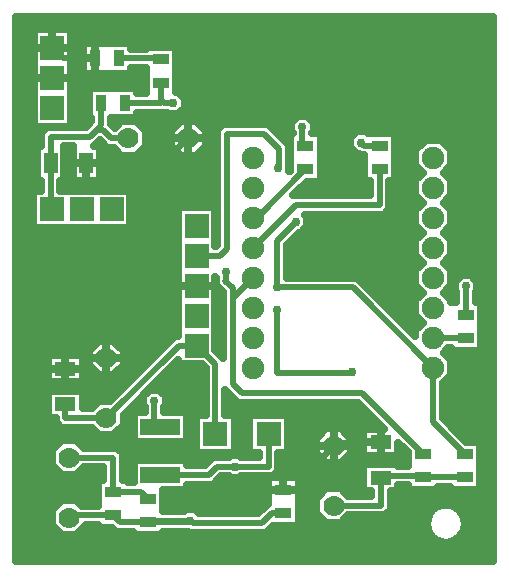
<source format=gbr>
G04 PROTEUS GERBER X2 FILE*
%TF.GenerationSoftware,Labcenter,Proteus,8.17-SP2-Build37159*%
%TF.CreationDate,2024-05-15T17:06:41+00:00*%
%TF.FileFunction,Copper,L1,Top*%
%TF.FilePolarity,Positive*%
%TF.Part,Single*%
%TF.SameCoordinates,{8e856c1c-122a-437a-bfc2-24db689c5e76}*%
%FSLAX45Y45*%
%MOMM*%
G01*
%TA.AperFunction,Conductor*%
%ADD10C,0.508000*%
%TA.AperFunction,ViaPad*%
%ADD11C,0.762000*%
%TA.AperFunction,Conductor*%
%ADD12C,0.635000*%
%TA.AperFunction,ComponentPad*%
%ADD13C,1.905000*%
%TA.AperFunction,ComponentPad*%
%ADD14C,1.778000*%
%TA.AperFunction,SMDPad,CuDef*%
%ADD15R,1.803400X1.143000*%
%TA.AperFunction,ComponentPad*%
%ADD16R,2.032000X2.032000*%
%TA.AperFunction,SMDPad,CuDef*%
%ADD17R,1.143000X1.803400*%
%ADD18R,1.447800X0.939800*%
%ADD19R,2.108200X2.108200*%
%ADD70R,3.403600X1.397000*%
%ADD71R,0.939800X1.447800*%
%TA.AperFunction,OtherPad,Unknown*%
%ADD20R,2.032000X2.032000*%
%TA.AperFunction,Profile*%
%ADD21C,0.150000*%
%TD.AperFunction*%
%TA.AperFunction,Conductor*%
G36*
X+2030000Y-2250000D02*
X-2010000Y-2250000D01*
X-2010000Y+2360000D01*
X+2030000Y+2360000D01*
X+2030000Y-2250000D01*
G37*
%TD.AperFunction*%
%LPC*%
G36*
X+1772728Y-2002998D02*
X+1744474Y-2042230D01*
X+1709416Y-2069259D01*
X+1670358Y-2085149D01*
X+1630000Y-2090312D01*
X+1589642Y-2085149D01*
X+1550584Y-2069259D01*
X+1515526Y-2042230D01*
X+1487272Y-2002998D01*
X+1469688Y-1930000D01*
X+1487272Y-1857002D01*
X+1515526Y-1817770D01*
X+1550584Y-1790741D01*
X+1589642Y-1774851D01*
X+1630000Y-1769688D01*
X+1670358Y-1774851D01*
X+1709416Y-1790741D01*
X+1744474Y-1817770D01*
X+1772728Y-1857002D01*
X+1790312Y-1930000D01*
X+1772728Y-2002998D01*
G37*
G36*
X+511486Y+1466378D02*
X+511486Y+1387472D01*
X+498786Y+1374772D01*
X+498786Y+1374139D01*
X+569539Y+1374139D01*
X+569539Y+965861D01*
X+452601Y+965861D01*
X+336597Y+849857D01*
X+987451Y+849857D01*
X+987451Y+966861D01*
X+940461Y+966861D01*
X+940461Y+1188451D01*
X+904609Y+1188451D01*
X+892909Y+1200151D01*
X+874947Y+1200151D01*
X+819151Y+1255947D01*
X+819151Y+1334853D01*
X+874947Y+1390649D01*
X+953853Y+1390649D01*
X+969363Y+1375139D01*
X+1199539Y+1375139D01*
X+1199539Y+966861D01*
X+1152549Y+966861D01*
X+1152549Y+733117D01*
X+1104191Y+684759D01*
X+440911Y+684759D01*
X+458234Y+667437D01*
X+458234Y+588531D01*
X+402438Y+532735D01*
X+384476Y+532735D01*
X+282549Y+430808D01*
X+282549Y+152549D01*
X+879191Y+152549D01*
X+1371601Y-339861D01*
X+1371601Y-291874D01*
X+1435475Y-228000D01*
X+1371601Y-164126D01*
X+1371601Y-37874D01*
X+1435475Y+26000D01*
X+1371601Y+89874D01*
X+1371601Y+216126D01*
X+1435475Y+280000D01*
X+1371601Y+343874D01*
X+1371601Y+470126D01*
X+1435475Y+534000D01*
X+1371601Y+597874D01*
X+1371601Y+724126D01*
X+1435475Y+788000D01*
X+1371601Y+851874D01*
X+1371601Y+978126D01*
X+1435475Y+1042000D01*
X+1371601Y+1105874D01*
X+1371601Y+1232126D01*
X+1460874Y+1321399D01*
X+1587126Y+1321399D01*
X+1676399Y+1232126D01*
X+1676399Y+1105874D01*
X+1612525Y+1042000D01*
X+1676399Y+978126D01*
X+1676399Y+851874D01*
X+1612525Y+788000D01*
X+1676399Y+724126D01*
X+1676399Y+597874D01*
X+1612525Y+534000D01*
X+1676399Y+470126D01*
X+1676399Y+343874D01*
X+1612525Y+280000D01*
X+1676399Y+216126D01*
X+1676399Y+89874D01*
X+1612525Y+26000D01*
X+1676399Y-37874D01*
X+1676399Y-55861D01*
X+1717451Y-55861D01*
X+1717451Y-7009D01*
X+1720319Y-4141D01*
X+1720319Y+27658D01*
X+1707619Y+40358D01*
X+1707619Y+119264D01*
X+1763415Y+175060D01*
X+1842321Y+175060D01*
X+1898117Y+119264D01*
X+1898117Y+40358D01*
X+1885417Y+27658D01*
X+1885417Y-55861D01*
X+1929539Y-55861D01*
X+1929539Y-464139D01*
X+1670461Y-464139D01*
X+1670461Y-442549D01*
X+1651976Y-442549D01*
X+1612525Y-482000D01*
X+1676399Y-545874D01*
X+1676399Y-672126D01*
X+1606549Y-741976D01*
X+1606549Y-1037809D01*
X+1803601Y-1234861D01*
X+1920539Y-1234861D01*
X+1920539Y-1643139D01*
X+1661461Y-1643139D01*
X+1661461Y-1621549D01*
X+1566010Y-1621549D01*
X+1566009Y-1621548D01*
X+1565539Y-1621548D01*
X+1565539Y-1643139D01*
X+1306461Y-1643139D01*
X+1306461Y-1605172D01*
X+1227319Y-1605172D01*
X+1227319Y-1654299D01*
X+1162549Y-1654299D01*
X+1162549Y-1812191D01*
X+1114191Y-1860549D01*
X+803995Y-1860549D01*
X+740495Y-1924049D01*
X+619505Y-1924049D01*
X+533951Y-1838495D01*
X+533951Y-1717505D01*
X+619505Y-1631951D01*
X+740495Y-1631951D01*
X+803995Y-1695451D01*
X+997451Y-1695451D01*
X+997451Y-1654299D01*
X+932681Y-1654299D01*
X+932681Y-1425701D01*
X+1227319Y-1425701D01*
X+1227319Y-1440074D01*
X+1306461Y-1440074D01*
X+1306461Y-1326201D01*
X+1227319Y-1247059D01*
X+1227319Y-1354299D01*
X+932681Y-1354299D01*
X+932681Y-1125701D01*
X+1105961Y-1125701D01*
X+885507Y-905247D01*
X+131493Y-905247D01*
X+129531Y-907209D01*
X-128525Y-907209D01*
X-237451Y-798283D01*
X-237451Y-1007441D01*
X-157441Y-1007441D01*
X-157441Y-1332559D01*
X-482559Y-1332559D01*
X-482559Y-1007441D01*
X-402549Y-1007441D01*
X-402549Y-616191D01*
X-437991Y-580749D01*
X-638749Y-580749D01*
X-638749Y-548489D01*
X-1097951Y-1007691D01*
X-1097951Y-1097495D01*
X-1183505Y-1183049D01*
X-1304495Y-1183049D01*
X-1367995Y-1119549D01*
X-1624191Y-1119549D01*
X-1672549Y-1071191D01*
X-1672549Y-1034299D01*
X-1737319Y-1034299D01*
X-1737319Y-805701D01*
X-1442681Y-805701D01*
X-1442681Y-954451D01*
X-1367995Y-954451D01*
X-1304495Y-890951D01*
X-1214691Y-890951D01*
X-663191Y-339451D01*
X-638749Y-339451D01*
X-638749Y+752749D01*
X-321251Y+752749D01*
X-321251Y+422549D01*
X-313609Y+422549D01*
X-305339Y+430819D01*
X-305339Y+1401401D01*
X-256981Y+1449759D01*
X+125586Y+1449759D01*
X+302549Y+1272796D01*
X+302549Y+1122153D01*
X+305249Y+1119453D01*
X+305249Y+1051989D01*
X+310461Y+1057201D01*
X+310461Y+1374139D01*
X+333688Y+1374139D01*
X+333688Y+1374772D01*
X+320988Y+1387472D01*
X+320988Y+1466378D01*
X+376784Y+1522174D01*
X+455690Y+1522174D01*
X+511486Y+1466378D01*
G37*
G36*
X-1183505Y-675049D02*
X-1304495Y-675049D01*
X-1390049Y-589495D01*
X-1390049Y-468505D01*
X-1304495Y-382951D01*
X-1183505Y-382951D01*
X-1097951Y-468505D01*
X-1097951Y-589495D01*
X-1183505Y-675049D01*
G37*
G36*
X+740495Y-1416049D02*
X+619505Y-1416049D01*
X+533951Y-1330495D01*
X+533951Y-1209505D01*
X+619505Y-1123951D01*
X+740495Y-1123951D01*
X+826049Y-1209505D01*
X+826049Y-1330495D01*
X+740495Y-1416049D01*
G37*
G36*
X-1737319Y-734299D02*
X-1737319Y-505701D01*
X-1442681Y-505701D01*
X-1442681Y-734299D01*
X-1737319Y-734299D01*
G37*
G36*
X-1035861Y+2092549D02*
X-909539Y+2092549D01*
X-909539Y+2104139D01*
X-650461Y+2104139D01*
X-650461Y+1724760D01*
X-637224Y+1724760D01*
X-581428Y+1668964D01*
X-581428Y+1590058D01*
X-637224Y+1534262D01*
X-716130Y+1534262D01*
X-728830Y+1546962D01*
X-787170Y+1546962D01*
X-787659Y+1547451D01*
X-985861Y+1547451D01*
X-985861Y+1500461D01*
X-1207451Y+1500461D01*
X-1207451Y+1453191D01*
X-1174902Y+1420642D01*
X-1117495Y+1478049D01*
X-996505Y+1478049D01*
X-910951Y+1392495D01*
X-910951Y+1271505D01*
X-996505Y+1185951D01*
X-1117495Y+1185951D01*
X-1180995Y+1249451D01*
X-1237191Y+1249451D01*
X-1301860Y+1314120D01*
X-1346661Y+1269319D01*
X-1300701Y+1269319D01*
X-1300701Y+974681D01*
X-1529299Y+974681D01*
X-1529299Y+1264099D01*
X-1600701Y+1264099D01*
X-1600701Y+974681D01*
X-1632451Y+974681D01*
X-1632451Y+888749D01*
X-1041251Y+888749D01*
X-1041251Y+571251D01*
X-1866749Y+571251D01*
X-1866749Y+888749D01*
X-1797549Y+888749D01*
X-1797549Y+974681D01*
X-1829299Y+974681D01*
X-1829299Y+1269319D01*
X-1797549Y+1269319D01*
X-1797549Y+1380839D01*
X-1749191Y+1429197D01*
X-1420263Y+1429197D01*
X-1409869Y+1439591D01*
X-1409869Y+1439593D01*
X-1372549Y+1476913D01*
X-1372549Y+1500461D01*
X-1394139Y+1500461D01*
X-1394139Y+1759539D01*
X-985861Y+1759539D01*
X-985861Y+1712549D01*
X-909539Y+1712549D01*
X-909539Y+1927451D01*
X-1035861Y+1927451D01*
X-1035861Y+1880461D01*
X-1444139Y+1880461D01*
X-1444139Y+2139539D01*
X-1035861Y+2139539D01*
X-1035861Y+2092549D01*
G37*
G36*
X-695049Y+1271505D02*
X-695049Y+1392495D01*
X-609495Y+1478049D01*
X-488505Y+1478049D01*
X-402951Y+1392495D01*
X-402951Y+1271505D01*
X-488505Y+1185951D01*
X-609495Y+1185951D01*
X-695049Y+1271505D01*
G37*
G36*
X+292559Y-1332559D02*
X+212549Y-1332559D01*
X+212549Y-1481991D01*
X+164191Y-1530349D01*
X-100247Y-1530349D01*
X-112947Y-1543049D01*
X-191853Y-1543049D01*
X-204553Y-1530349D01*
X-270609Y-1530349D01*
X-342809Y-1602549D01*
X-558671Y-1602549D01*
X-558671Y-1646999D01*
X-760461Y-1646999D01*
X-760461Y-1822451D01*
X-585553Y-1822451D01*
X-572853Y-1809751D01*
X-493947Y-1809751D01*
X-461207Y-1842491D01*
X+39921Y-1842491D01*
X+121961Y-1760451D01*
X+124461Y-1760451D01*
X+124461Y-1538861D01*
X+383539Y-1538861D01*
X+383539Y-1947139D01*
X+168753Y-1947139D01*
X+108303Y-2007589D01*
X-547551Y-2007589D01*
X-552591Y-2002549D01*
X-760461Y-2002549D01*
X-760461Y-2024139D01*
X-1019539Y-2024139D01*
X-1019539Y-1999234D01*
X-1165506Y-1999234D01*
X-1199601Y-1965139D01*
X-1316539Y-1965139D01*
X-1316539Y-1943549D01*
X-1419005Y-1943549D01*
X-1499505Y-2024049D01*
X-1620495Y-2024049D01*
X-1706049Y-1938495D01*
X-1706049Y-1817505D01*
X-1620495Y-1731951D01*
X-1499505Y-1731951D01*
X-1453005Y-1778451D01*
X-1316539Y-1778451D01*
X-1316539Y-1556861D01*
X-1269549Y-1556861D01*
X-1269549Y-1452549D01*
X-1436005Y-1452549D01*
X-1499505Y-1516049D01*
X-1620495Y-1516049D01*
X-1706049Y-1430495D01*
X-1706049Y-1309505D01*
X-1620495Y-1223951D01*
X-1499505Y-1223951D01*
X-1436005Y-1287451D01*
X-1152809Y-1287451D01*
X-1104451Y-1335809D01*
X-1104451Y-1556861D01*
X-1057461Y-1556861D01*
X-1057461Y-1578451D01*
X-1013329Y-1578451D01*
X-1013329Y-1393001D01*
X-558671Y-1393001D01*
X-558671Y-1437451D01*
X-411191Y-1437451D01*
X-338991Y-1365251D01*
X-204553Y-1365251D01*
X-191853Y-1352551D01*
X-112947Y-1352551D01*
X-100247Y-1365251D01*
X+47451Y-1365251D01*
X+47451Y-1332559D01*
X-32559Y-1332559D01*
X-32559Y-1007441D01*
X+292559Y-1007441D01*
X+292559Y-1332559D01*
G37*
G36*
X-742154Y-851351D02*
X-742154Y-930257D01*
X-754854Y-942957D01*
X-754854Y-983001D01*
X-558671Y-983001D01*
X-558671Y-1236999D01*
X-1013329Y-1236999D01*
X-1013329Y-983001D01*
X-919952Y-983001D01*
X-919952Y-942957D01*
X-932652Y-930257D01*
X-932652Y-851351D01*
X-876856Y-795555D01*
X-797950Y-795555D01*
X-742154Y-851351D01*
G37*
G36*
X-1541251Y+1939251D02*
X-1541251Y+1431251D01*
X-1858749Y+1431251D01*
X-1858749Y+2256749D01*
X-1541251Y+2256749D01*
X-1541251Y+1939251D01*
G37*
%LPD*%
%TA.AperFunction,Conductor*%
G36*
X-317799Y+153564D02*
X-317799Y+91060D01*
X-255448Y+28708D01*
X-255448Y-529812D01*
X-321251Y-464009D01*
X-321251Y+157016D01*
X-317799Y+153564D01*
G37*
%TD.AperFunction*%
D10*
X-1715000Y+1122000D02*
X-1715000Y+737000D01*
X-1708000Y+730000D01*
X-1057000Y+1332000D02*
X-1203000Y+1332000D01*
X-1272400Y+1401400D01*
X-1327320Y+1401400D01*
X-1327320Y+1405400D01*
X-1715000Y+1122000D02*
X-1715000Y+1346648D01*
X-1386072Y+1346648D01*
X-1327320Y+1405400D01*
X-1290000Y+1442720D01*
X-1290000Y+1630000D01*
X-152400Y-1447800D02*
X+130000Y-1447800D01*
X+130000Y-1170000D01*
X-152400Y-1447800D02*
X-304800Y-1447800D01*
X-377000Y-1520000D01*
X-786000Y-1520000D01*
X-1187000Y-1861000D02*
X-1543000Y-1861000D01*
X-1560000Y-1878000D01*
X-533400Y-1905000D02*
X-513360Y-1925040D01*
X+74112Y-1925040D01*
X+156152Y-1843000D01*
X+254000Y-1843000D01*
X-780000Y+1656532D02*
X-780000Y+1630000D01*
X-1090000Y+1630000D01*
X-676677Y+1629511D02*
X-752979Y+1629511D01*
X-780000Y+1656532D01*
X-780000Y+1800000D01*
X-780000Y+2000000D02*
X-790000Y+2010000D01*
X-1140000Y+2010000D01*
X+914400Y+1295400D02*
X+938800Y+1271000D01*
X+1070000Y+1271000D01*
X+1802868Y+79811D02*
X+1802868Y-38332D01*
X+1800000Y-41200D01*
X+1800000Y-160000D01*
X+1524000Y-355000D02*
X+1524000Y-365000D01*
X+1529000Y-360000D01*
X+1800000Y-360000D01*
X+1436000Y-1538999D02*
X+1600200Y-1538999D01*
X+1600201Y-1539000D01*
X+1791000Y-1539000D01*
X+1436000Y-1539000D02*
X+1436000Y-1538999D01*
X+1436000Y-1522623D01*
X+1080000Y-1522623D01*
X+1080000Y-1540000D02*
X+1080000Y-1522623D01*
X+680000Y-1778000D02*
X+1080000Y-1778000D01*
X+1080000Y-1540000D01*
X-1244000Y-1037000D02*
X-1590000Y-1037000D01*
X-1590000Y-920000D01*
X-1244000Y-529000D02*
X-1244000Y+0D01*
X-1158000Y+86000D01*
X-480000Y+86000D01*
X+680000Y-1270000D02*
X+426000Y-1524000D01*
X+254000Y-1524000D01*
X+254000Y-1643000D01*
X-1244000Y-529000D02*
X-1447800Y-529000D01*
X-1447800Y-620000D01*
X-1590000Y-620000D01*
X-1700000Y+2098000D02*
X-1612000Y+2010000D01*
X-1340000Y+2010000D01*
X+0Y+153000D02*
X-172899Y-19899D01*
X-172899Y-746095D01*
X-94334Y-824660D01*
X+95340Y-824660D01*
X+97302Y-822698D01*
X+919698Y-822698D01*
X+1436000Y-1339000D01*
X+0Y+661000D02*
X+31000Y+661000D01*
X+440000Y+1070000D01*
X+0Y+407000D02*
X+360308Y+767308D01*
X+1070000Y+767308D01*
X+1070000Y+1071000D01*
X+204496Y-120455D02*
X+204496Y-651810D01*
X+831224Y-651810D01*
X+835116Y-647918D01*
X-1244000Y-1037000D02*
X-629000Y-422000D01*
X-480000Y-422000D01*
X-837403Y-890804D02*
X-837403Y-1058597D01*
X-786000Y-1110000D01*
X-320000Y-1170000D02*
X-320000Y-582000D01*
X-480000Y-422000D01*
X-890000Y-1920000D02*
X-781849Y-1920000D01*
X-559890Y-1920000D01*
X-544890Y-1905000D01*
X-533400Y-1905000D02*
X-544890Y-1905000D01*
X-766849Y-1905000D01*
X-766894Y-1905045D01*
X-781849Y-1920000D01*
X-890000Y-1720000D02*
X-949000Y-1661000D01*
X-1176000Y-1661000D01*
X-1187000Y-1650000D01*
X-1560000Y-1370000D02*
X-1187000Y-1370000D01*
X-1187000Y-1650000D01*
X-1187000Y-1661000D01*
X-549000Y+1332000D02*
X-685000Y+1196000D01*
X-841200Y+1196000D01*
X-920298Y+1116902D01*
X-1415000Y+1116902D01*
X-1415000Y+1122000D01*
X-172899Y-19899D02*
X-172899Y+62900D01*
X-235250Y+125251D01*
X-229533Y+130968D01*
X-229533Y+200000D01*
X+1791000Y-1339000D02*
X+1524000Y-1072000D01*
X+1524000Y-609000D01*
X+200000Y+70000D02*
X+845000Y+70000D01*
X+1524000Y-609000D01*
X+680000Y-1270000D02*
X+680000Y-1244012D01*
X+914188Y-1244012D01*
X+918200Y-1240000D01*
X+1080000Y-1240000D01*
X+416237Y+1426925D02*
X+416237Y+1270000D01*
X+440000Y+1270000D01*
X-480000Y+340000D02*
X-279418Y+340000D01*
X-222790Y+396628D01*
X-222790Y+1367210D01*
X+91395Y+1367210D01*
X+220000Y+1238605D01*
X+220000Y+1090000D01*
X+210000Y+1080000D01*
X+362985Y+627984D02*
X+200000Y+464999D01*
X+200000Y+70000D01*
X-1187000Y-1861000D02*
X-1131315Y-1916685D01*
X-882085Y-1916685D01*
X-870400Y-1905000D01*
X-766849Y-1905000D01*
D11*
X-152400Y-1447800D03*
X-676677Y+1629511D03*
X+914400Y+1295400D03*
X+1802868Y+79811D03*
X+204496Y-120455D03*
X+835116Y-647918D03*
X-837403Y-890804D03*
X-533400Y-1905000D03*
X-229533Y+200000D03*
X+416237Y+1426925D03*
X+210000Y+1080000D03*
X+362985Y+627984D03*
X+200000Y+70000D03*
D12*
X+2030000Y-2250000D02*
X-2010000Y-2250000D01*
X-2010000Y+2360000D01*
X+2030000Y+2360000D01*
X+2030000Y-2250000D01*
X+1772728Y-2002998D02*
X+1744474Y-2042230D01*
X+1709416Y-2069259D01*
X+1670358Y-2085149D01*
X+1630000Y-2090312D01*
X+1589642Y-2085149D01*
X+1550584Y-2069259D01*
X+1515526Y-2042230D01*
X+1487272Y-2002998D01*
X+1469688Y-1930000D01*
X+1487272Y-1857002D01*
X+1515526Y-1817770D01*
X+1550584Y-1790741D01*
X+1589642Y-1774851D01*
X+1630000Y-1769688D01*
X+1670358Y-1774851D01*
X+1709416Y-1790741D01*
X+1744474Y-1817770D01*
X+1772728Y-1857002D01*
X+1790312Y-1930000D01*
X+1772728Y-2002998D01*
X+511486Y+1466378D02*
X+511486Y+1387472D01*
X+498786Y+1374772D01*
X+498786Y+1374139D01*
X+569539Y+1374139D01*
X+569539Y+965861D01*
X+452601Y+965861D01*
X+336597Y+849857D01*
X+987451Y+849857D01*
X+987451Y+966861D01*
X+940461Y+966861D01*
X+940461Y+1188451D01*
X+904609Y+1188451D01*
X+892909Y+1200151D01*
X+874947Y+1200151D01*
X+819151Y+1255947D01*
X+819151Y+1334853D01*
X+874947Y+1390649D01*
X+953853Y+1390649D01*
X+969363Y+1375139D01*
X+1199539Y+1375139D01*
X+1199539Y+966861D01*
X+1152549Y+966861D01*
X+1152549Y+733117D01*
X+1104191Y+684759D01*
X+440911Y+684759D01*
X+458234Y+667437D01*
X+458234Y+588531D01*
X+402438Y+532735D01*
X+384476Y+532735D01*
X+282549Y+430808D01*
X+282549Y+152549D01*
X+879191Y+152549D01*
X+1371601Y-339861D01*
X+1371601Y-291874D01*
X+1435475Y-228000D01*
X+1371601Y-164126D01*
X+1371601Y-37874D01*
X+1435475Y+26000D01*
X+1371601Y+89874D01*
X+1371601Y+216126D01*
X+1435475Y+280000D01*
X+1371601Y+343874D01*
X+1371601Y+470126D01*
X+1435475Y+534000D01*
X+1371601Y+597874D01*
X+1371601Y+724126D01*
X+1435475Y+788000D01*
X+1371601Y+851874D01*
X+1371601Y+978126D01*
X+1435475Y+1042000D01*
X+1371601Y+1105874D01*
X+1371601Y+1232126D01*
X+1460874Y+1321399D01*
X+1587126Y+1321399D01*
X+1676399Y+1232126D01*
X+1676399Y+1105874D01*
X+1612525Y+1042000D01*
X+1676399Y+978126D01*
X+1676399Y+851874D01*
X+1612525Y+788000D01*
X+1676399Y+724126D01*
X+1676399Y+597874D01*
X+1612525Y+534000D01*
X+1676399Y+470126D01*
X+1676399Y+343874D01*
X+1612525Y+280000D01*
X+1676399Y+216126D01*
X+1676399Y+89874D01*
X+1612525Y+26000D01*
X+1676399Y-37874D01*
X+1676399Y-55861D01*
X+1717451Y-55861D01*
X+1717451Y-7009D01*
X+1720319Y-4141D01*
X+1720319Y+27658D01*
X+1707619Y+40358D01*
X+1707619Y+119264D01*
X+1763415Y+175060D01*
X+1842321Y+175060D01*
X+1898117Y+119264D01*
X+1898117Y+40358D01*
X+1885417Y+27658D01*
X+1885417Y-55861D01*
X+1929539Y-55861D01*
X+1929539Y-464139D01*
X+1670461Y-464139D01*
X+1670461Y-442549D01*
X+1651976Y-442549D01*
X+1612525Y-482000D01*
X+1676399Y-545874D01*
X+1676399Y-672126D01*
X+1606549Y-741976D01*
X+1606549Y-1037809D01*
X+1803601Y-1234861D01*
X+1920539Y-1234861D01*
X+1920539Y-1643139D01*
X+1661461Y-1643139D01*
X+1661461Y-1621549D01*
X+1566010Y-1621549D01*
X+1566009Y-1621548D01*
X+1565539Y-1621548D01*
X+1565539Y-1643139D01*
X+1306461Y-1643139D01*
X+1306461Y-1605172D01*
X+1227319Y-1605172D01*
X+1227319Y-1654299D01*
X+1162549Y-1654299D01*
X+1162549Y-1812191D01*
X+1114191Y-1860549D01*
X+803995Y-1860549D01*
X+740495Y-1924049D01*
X+619505Y-1924049D01*
X+533951Y-1838495D01*
X+533951Y-1717505D01*
X+619505Y-1631951D01*
X+740495Y-1631951D01*
X+803995Y-1695451D01*
X+997451Y-1695451D01*
X+997451Y-1654299D01*
X+932681Y-1654299D01*
X+932681Y-1425701D01*
X+1227319Y-1425701D01*
X+1227319Y-1440074D01*
X+1306461Y-1440074D01*
X+1306461Y-1326201D01*
X+1227319Y-1247059D01*
X+1227319Y-1354299D01*
X+932681Y-1354299D01*
X+932681Y-1125701D01*
X+1105961Y-1125701D01*
X+885507Y-905247D01*
X+131493Y-905247D01*
X+129531Y-907209D01*
X-128525Y-907209D01*
X-237451Y-798283D01*
X-237451Y-1007441D01*
X-157441Y-1007441D01*
X-157441Y-1332559D01*
X-482559Y-1332559D01*
X-482559Y-1007441D01*
X-402549Y-1007441D01*
X-402549Y-616191D01*
X-437991Y-580749D01*
X-638749Y-580749D01*
X-638749Y-548489D01*
X-1097951Y-1007691D01*
X-1097951Y-1097495D01*
X-1183505Y-1183049D01*
X-1304495Y-1183049D01*
X-1367995Y-1119549D01*
X-1624191Y-1119549D01*
X-1672549Y-1071191D01*
X-1672549Y-1034299D01*
X-1737319Y-1034299D01*
X-1737319Y-805701D01*
X-1442681Y-805701D01*
X-1442681Y-954451D01*
X-1367995Y-954451D01*
X-1304495Y-890951D01*
X-1214691Y-890951D01*
X-663191Y-339451D01*
X-638749Y-339451D01*
X-638749Y+752749D01*
X-321251Y+752749D01*
X-321251Y+422549D01*
X-313609Y+422549D01*
X-305339Y+430819D01*
X-305339Y+1401401D01*
X-256981Y+1449759D01*
X+125586Y+1449759D01*
X+302549Y+1272796D01*
X+302549Y+1122153D01*
X+305249Y+1119453D01*
X+305249Y+1051989D01*
X+310461Y+1057201D01*
X+310461Y+1374139D01*
X+333688Y+1374139D01*
X+333688Y+1374772D01*
X+320988Y+1387472D01*
X+320988Y+1466378D01*
X+376784Y+1522174D01*
X+455690Y+1522174D01*
X+511486Y+1466378D01*
X-1183505Y-675049D02*
X-1304495Y-675049D01*
X-1390049Y-589495D01*
X-1390049Y-468505D01*
X-1304495Y-382951D01*
X-1183505Y-382951D01*
X-1097951Y-468505D01*
X-1097951Y-589495D01*
X-1183505Y-675049D01*
X+740495Y-1416049D02*
X+619505Y-1416049D01*
X+533951Y-1330495D01*
X+533951Y-1209505D01*
X+619505Y-1123951D01*
X+740495Y-1123951D01*
X+826049Y-1209505D01*
X+826049Y-1330495D01*
X+740495Y-1416049D01*
X-1737319Y-734299D02*
X-1737319Y-505701D01*
X-1442681Y-505701D01*
X-1442681Y-734299D01*
X-1737319Y-734299D01*
X-1035861Y+2092549D02*
X-909539Y+2092549D01*
X-909539Y+2104139D01*
X-650461Y+2104139D01*
X-650461Y+1724760D01*
X-637224Y+1724760D01*
X-581428Y+1668964D01*
X-581428Y+1590058D01*
X-637224Y+1534262D01*
X-716130Y+1534262D01*
X-728830Y+1546962D01*
X-787170Y+1546962D01*
X-787659Y+1547451D01*
X-985861Y+1547451D01*
X-985861Y+1500461D01*
X-1207451Y+1500461D01*
X-1207451Y+1453191D01*
X-1174902Y+1420642D01*
X-1117495Y+1478049D01*
X-996505Y+1478049D01*
X-910951Y+1392495D01*
X-910951Y+1271505D01*
X-996505Y+1185951D01*
X-1117495Y+1185951D01*
X-1180995Y+1249451D01*
X-1237191Y+1249451D01*
X-1301860Y+1314120D01*
X-1346661Y+1269319D01*
X-1300701Y+1269319D01*
X-1300701Y+974681D01*
X-1529299Y+974681D01*
X-1529299Y+1264099D01*
X-1600701Y+1264099D01*
X-1600701Y+974681D01*
X-1632451Y+974681D01*
X-1632451Y+888749D01*
X-1041251Y+888749D01*
X-1041251Y+571251D01*
X-1866749Y+571251D01*
X-1866749Y+888749D01*
X-1797549Y+888749D01*
X-1797549Y+974681D01*
X-1829299Y+974681D01*
X-1829299Y+1269319D01*
X-1797549Y+1269319D01*
X-1797549Y+1380839D01*
X-1749191Y+1429197D01*
X-1420263Y+1429197D01*
X-1409869Y+1439591D01*
X-1409869Y+1439593D01*
X-1372549Y+1476913D01*
X-1372549Y+1500461D01*
X-1394139Y+1500461D01*
X-1394139Y+1759539D01*
X-985861Y+1759539D01*
X-985861Y+1712549D01*
X-909539Y+1712549D01*
X-909539Y+1927451D01*
X-1035861Y+1927451D01*
X-1035861Y+1880461D01*
X-1444139Y+1880461D01*
X-1444139Y+2139539D01*
X-1035861Y+2139539D01*
X-1035861Y+2092549D01*
X-695049Y+1271505D02*
X-695049Y+1392495D01*
X-609495Y+1478049D01*
X-488505Y+1478049D01*
X-402951Y+1392495D01*
X-402951Y+1271505D01*
X-488505Y+1185951D01*
X-609495Y+1185951D01*
X-695049Y+1271505D01*
X+292559Y-1332559D02*
X+212549Y-1332559D01*
X+212549Y-1481991D01*
X+164191Y-1530349D01*
X-100247Y-1530349D01*
X-112947Y-1543049D01*
X-191853Y-1543049D01*
X-204553Y-1530349D01*
X-270609Y-1530349D01*
X-342809Y-1602549D01*
X-558671Y-1602549D01*
X-558671Y-1646999D01*
X-760461Y-1646999D01*
X-760461Y-1822451D01*
X-585553Y-1822451D01*
X-572853Y-1809751D01*
X-493947Y-1809751D01*
X-461207Y-1842491D01*
X+39921Y-1842491D01*
X+121961Y-1760451D01*
X+124461Y-1760451D01*
X+124461Y-1538861D01*
X+383539Y-1538861D01*
X+383539Y-1947139D01*
X+168753Y-1947139D01*
X+108303Y-2007589D01*
X-547551Y-2007589D01*
X-552591Y-2002549D01*
X-760461Y-2002549D01*
X-760461Y-2024139D01*
X-1019539Y-2024139D01*
X-1019539Y-1999234D01*
X-1165506Y-1999234D01*
X-1199601Y-1965139D01*
X-1316539Y-1965139D01*
X-1316539Y-1943549D01*
X-1419005Y-1943549D01*
X-1499505Y-2024049D01*
X-1620495Y-2024049D01*
X-1706049Y-1938495D01*
X-1706049Y-1817505D01*
X-1620495Y-1731951D01*
X-1499505Y-1731951D01*
X-1453005Y-1778451D01*
X-1316539Y-1778451D01*
X-1316539Y-1556861D01*
X-1269549Y-1556861D01*
X-1269549Y-1452549D01*
X-1436005Y-1452549D01*
X-1499505Y-1516049D01*
X-1620495Y-1516049D01*
X-1706049Y-1430495D01*
X-1706049Y-1309505D01*
X-1620495Y-1223951D01*
X-1499505Y-1223951D01*
X-1436005Y-1287451D01*
X-1152809Y-1287451D01*
X-1104451Y-1335809D01*
X-1104451Y-1556861D01*
X-1057461Y-1556861D01*
X-1057461Y-1578451D01*
X-1013329Y-1578451D01*
X-1013329Y-1393001D01*
X-558671Y-1393001D01*
X-558671Y-1437451D01*
X-411191Y-1437451D01*
X-338991Y-1365251D01*
X-204553Y-1365251D01*
X-191853Y-1352551D01*
X-112947Y-1352551D01*
X-100247Y-1365251D01*
X+47451Y-1365251D01*
X+47451Y-1332559D01*
X-32559Y-1332559D01*
X-32559Y-1007441D01*
X+292559Y-1007441D01*
X+292559Y-1332559D01*
X-742154Y-851351D02*
X-742154Y-930257D01*
X-754854Y-942957D01*
X-754854Y-983001D01*
X-558671Y-983001D01*
X-558671Y-1236999D01*
X-1013329Y-1236999D01*
X-1013329Y-983001D01*
X-919952Y-983001D01*
X-919952Y-942957D01*
X-932652Y-930257D01*
X-932652Y-851351D01*
X-876856Y-795555D01*
X-797950Y-795555D01*
X-742154Y-851351D01*
X-1541251Y+1939251D02*
X-1541251Y+1431251D01*
X-1858749Y+1431251D01*
X-1858749Y+2256749D01*
X-1541251Y+2256749D01*
X-1541251Y+1939251D01*
X-317799Y+153564D02*
X-317799Y+91060D01*
X-255448Y+28708D01*
X-255448Y-529812D01*
X-321251Y-464009D01*
X-321251Y+157016D01*
X-317799Y+153564D01*
X-1244000Y-643299D02*
X-1244000Y-529000D01*
X-1244000Y-414701D02*
X-1244000Y-529000D01*
X-1129701Y-529000D02*
X-1244000Y-529000D01*
X-1358299Y-529000D02*
X-1244000Y-529000D01*
X+680000Y-1384299D02*
X+680000Y-1270000D01*
X+680000Y-1155701D02*
X+680000Y-1270000D01*
X+794299Y-1270000D02*
X+680000Y-1270000D01*
X+565701Y-1270000D02*
X+680000Y-1270000D01*
X-1474431Y-620000D02*
X-1590000Y-620000D01*
X-1590000Y-537451D02*
X-1590000Y-620000D01*
X-1705569Y-620000D02*
X-1590000Y-620000D01*
X-1590000Y-702549D02*
X-1590000Y-620000D01*
X+964431Y-1240000D02*
X+1080000Y-1240000D01*
X+1080000Y-1322549D02*
X+1080000Y-1240000D01*
X+1080000Y-1157451D02*
X+1080000Y-1240000D01*
X-663299Y+1332000D02*
X-549000Y+1332000D01*
X-434701Y+1332000D02*
X-549000Y+1332000D01*
X-549000Y+1217701D02*
X-549000Y+1332000D01*
X-549000Y+1446299D02*
X-549000Y+1332000D01*
X-1415000Y+1006431D02*
X-1415000Y+1122000D01*
X-1332451Y+1122000D02*
X-1415000Y+1122000D01*
X-1497549Y+1122000D02*
X-1415000Y+1122000D01*
X+351789Y-1643000D02*
X+254000Y-1643000D01*
X+254000Y-1570611D02*
X+254000Y-1643000D01*
X+156211Y-1643000D02*
X+254000Y-1643000D01*
X-1340000Y+2107789D02*
X-1340000Y+2010000D01*
X-1412389Y+2010000D02*
X-1340000Y+2010000D01*
X-1340000Y+1912211D02*
X-1340000Y+2010000D01*
X-1573001Y+1844000D02*
X-1700000Y+1844000D01*
X-1826999Y+1844000D02*
X-1700000Y+1844000D01*
X-1573001Y+2098000D02*
X-1700000Y+2098000D01*
X-1700000Y+2224999D02*
X-1700000Y+2098000D01*
X-1826999Y+2098000D02*
X-1700000Y+2098000D01*
X-353001Y+86000D02*
X-480000Y+86000D01*
X-606999Y+86000D02*
X-480000Y+86000D01*
D13*
X+0Y+1169000D03*
X+0Y+915000D03*
X+0Y+661000D03*
X+0Y+407000D03*
X+0Y-101000D03*
X+0Y+153000D03*
X+1524000Y-609000D03*
X+0Y-609000D03*
X+1524000Y-355000D03*
X+1524000Y-101000D03*
X+1524000Y+153000D03*
X+1524000Y+407000D03*
X+1524000Y+661000D03*
X+1524000Y+915000D03*
X+1524000Y+1169000D03*
X+0Y-355000D03*
D14*
X-1244000Y-1037000D03*
X-1244000Y-529000D03*
X+680000Y-1778000D03*
X+680000Y-1270000D03*
D15*
X-1590000Y-920000D03*
X-1590000Y-620000D03*
X+1080000Y-1240000D03*
X+1080000Y-1540000D03*
D16*
X-1708000Y+730000D03*
X-1454000Y+730000D03*
X-1200000Y+730000D03*
D14*
X-1057000Y+1332000D03*
X-549000Y+1332000D03*
D17*
X-1715000Y+1122000D03*
X-1415000Y+1122000D03*
D14*
X-1560000Y-1370000D03*
X-1560000Y-1878000D03*
D18*
X+1791000Y-1339000D03*
X+1791000Y-1539000D03*
X-1187000Y-1861000D03*
X-1187000Y-1661000D03*
X+1436000Y-1339000D03*
X+1436000Y-1539000D03*
X+254000Y-1843000D03*
X+254000Y-1643000D03*
D19*
X+130000Y-1170000D03*
X-320000Y-1170000D03*
D70*
X-786000Y-1520000D03*
X-786000Y-1110000D03*
D18*
X+440000Y+1270000D03*
X+440000Y+1070000D03*
X+1070000Y+1271000D03*
X+1070000Y+1071000D03*
X+1800000Y-160000D03*
X+1800000Y-360000D03*
D71*
X-1290000Y+1630000D03*
X-1090000Y+1630000D03*
D18*
X-780000Y+1800000D03*
X-780000Y+2000000D03*
D71*
X-1140000Y+2010000D03*
X-1340000Y+2010000D03*
D16*
X-1700000Y+1590000D03*
X-1700000Y+1844000D03*
X-1700000Y+2098000D03*
D20*
X-480000Y-422000D03*
X-480000Y-168000D03*
X-480000Y+86000D03*
X-480000Y+340000D03*
X-480000Y+594000D03*
D18*
X-890000Y-1920000D03*
X-890000Y-1720000D03*
D21*
X-2010000Y-2260000D02*
X+2040000Y-2260000D01*
X+2040000Y+2360000D01*
X-2010000Y+2360000D01*
X-2010000Y-2260000D01*
X+1790312Y-1930000D02*
X+1789777Y-1916917D01*
X+1785433Y-1890749D01*
X+1776357Y-1864581D01*
X+1761574Y-1838413D01*
X+1738960Y-1812409D01*
X+1712792Y-1792721D01*
X+1686624Y-1780021D01*
X+1660456Y-1772608D01*
X+1634288Y-1769745D01*
X+1630000Y-1769688D01*
X+1469688Y-1930000D02*
X+1470223Y-1916917D01*
X+1474567Y-1890749D01*
X+1483643Y-1864581D01*
X+1498426Y-1838413D01*
X+1521040Y-1812409D01*
X+1547208Y-1792721D01*
X+1573376Y-1780021D01*
X+1599544Y-1772608D01*
X+1625712Y-1769745D01*
X+1630000Y-1769688D01*
X+1469688Y-1930000D02*
X+1470223Y-1943083D01*
X+1474567Y-1969251D01*
X+1483643Y-1995419D01*
X+1498426Y-2021587D01*
X+1521040Y-2047591D01*
X+1547208Y-2067279D01*
X+1573376Y-2079979D01*
X+1599544Y-2087392D01*
X+1625712Y-2090255D01*
X+1630000Y-2090312D01*
X+1790312Y-1930000D02*
X+1789777Y-1943083D01*
X+1785433Y-1969251D01*
X+1776357Y-1995419D01*
X+1761574Y-2021587D01*
X+1738960Y-2047591D01*
X+1712792Y-2067279D01*
X+1686624Y-2079979D01*
X+1660456Y-2087392D01*
X+1634288Y-2090255D01*
X+1630000Y-2090312D01*
M02*

</source>
